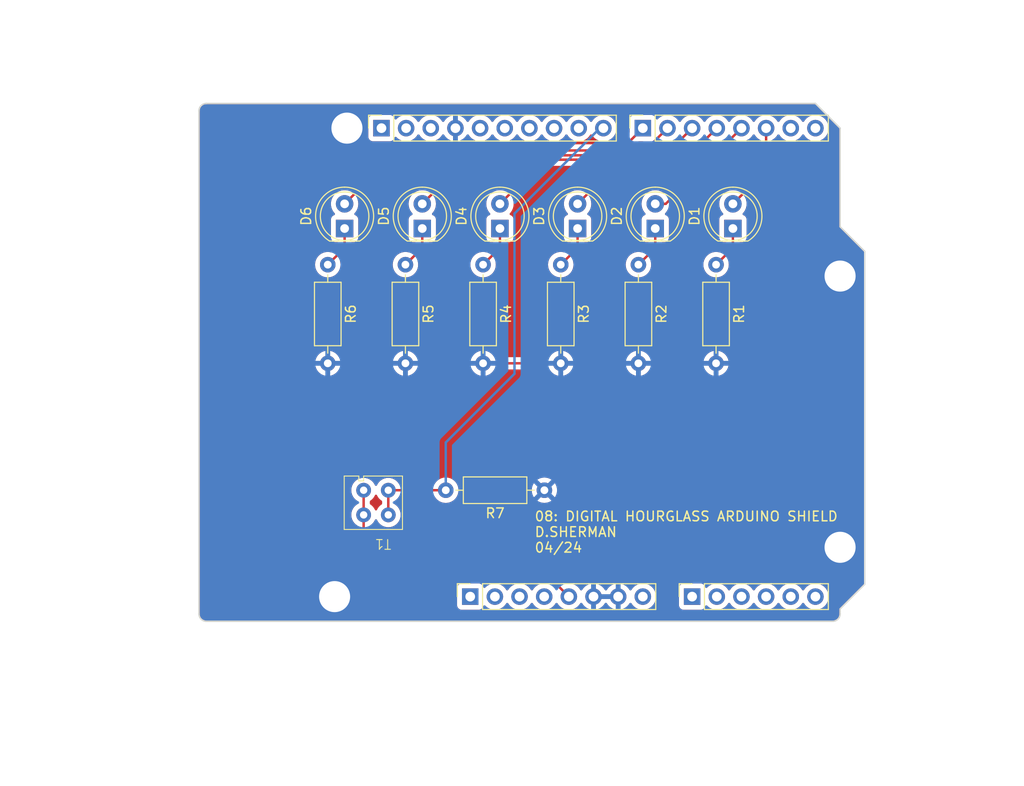
<source format=kicad_pcb>
(kicad_pcb (version 20240108) (generator "pcbnew") (generator_version "8.0")
  (title_block (date "mar. 31 mars 2015"))
  (layers (0 "F.Cu" signal) (31 "B.Cu" signal) (34 "B.Paste" user) (35 "F.Paste" user) (36 "B.SilkS" user "B.Silkscreen") (37 "F.SilkS" user "F.Silkscreen") (38 "B.Mask" user) (39 "F.Mask" user) (44 "Edge.Cuts" user))
  (net 0 "")
  (net 1 "GND")
  (net 3 "+5V")
  (net 4 "/IOREF")
  (net 5 "/A0")
  (net 6 "/A1")
  (net 7 "/A2")
  (net 8 "/A3")
  (net 9 "/SDA{slash}A4")
  (net 10 "/SCL{slash}A5")
  (net 11 "/13")
  (net 12 "/12")
  (net 13 "/AREF")
  (net 14 "/8")
  (net 15 "/7")
  (net 16 "/*11")
  (net 17 "/*10")
  (net 18 "/*9")
  (net 19 "/4")
  (net 20 "/2")
  (net 21 "/*6")
  (net 22 "/*5")
  (net 23 "/TX{slash}1")
  (net 24 "/*3")
  (net 25 "/RX{slash}0")
  (net 26 "+3V3")
  (net 27 "VCC")
  (net 28 "/~{RESET}")
  (net 29 "Net-(D1-K)")
  (net 30 "Net-(D2-K)")
  (net 31 "Net-(D3-K)")
  (net 32 "Net-(D4-K)")
  (net 33 "Net-(D5-K)")
  (net 34 "Net-(D6-K)")
  (footprint "Connector_PinSocket_2.54mm:PinSocket_1x08_P2.54mm_Vertical" (layer "F.Cu") (at 127.94 97.46 90)
    (property "Reference" "J1" (hide yes))
    (property "Value" "Power")
    (fp_line (start 1.33 -1.33) (end 1.33 0) (stroke (width 0.12)) (layer "F.SilkS"))
    (fp_line (start 0 -1.33) (end 1.33 -1.33) (stroke (width 0.12)) (layer "F.SilkS"))
    (fp_line (start 1.33 1.27) (end 1.33 19.11) (stroke (width 0.12)) (layer "F.SilkS"))
    (fp_line (start -1.33 1.27) (end 1.33 1.27) (stroke (width 0.12)) (layer "F.SilkS"))
    (fp_line (start -1.33 1.27) (end -1.33 19.11) (stroke (width 0.12)) (layer "F.SilkS"))
    (fp_line (start -1.33 19.11) (end 1.33 19.11) (stroke (width 0.12)) (layer "F.SilkS"))
    (pad "1" thru_hole rect (at 0 0 90) (size 1.7 1.7) (drill 1) (layers "*.Cu" "*.Mask"))
    (pad "2" thru_hole oval (at 0 2.54 90) (size 1.7 1.7) (drill 1) (layers "*.Cu" "*.Mask") (net 4 "/IOREF"))
    (pad "3" thru_hole oval (at 0 5.08 90) (size 1.7 1.7) (drill 1) (layers "*.Cu" "*.Mask") (net 28 "/~{RESET}"))
    (pad "4" thru_hole oval (at 0 7.62 90) (size 1.7 1.7) (drill 1) (layers "*.Cu" "*.Mask") (net 26 "+3V3"))
    (pad "5" thru_hole oval (at 0 10.16 90) (size 1.7 1.7) (drill 1) (layers "*.Cu" "*.Mask") (net 3 "+5V"))
    (pad "6" thru_hole oval (at 0 12.7 90) (size 1.7 1.7) (drill 1) (layers "*.Cu" "*.Mask") (net 1 "GND"))
    (pad "7" thru_hole oval (at 0 15.24 90) (size 1.7 1.7) (drill 1) (layers "*.Cu" "*.Mask") (net 1 "GND"))
    (pad "8" thru_hole oval (at 0 17.78 90) (size 1.7 1.7) (drill 1) (layers "*.Cu" "*.Mask") (net 27 "VCC"))
  )
  (footprint "Connector_PinSocket_2.54mm:PinSocket_1x06_P2.54mm_Vertical" (layer "F.Cu") (at 150.8 97.46 90)
    (property "Reference" "J3" (hide yes))
    (property "Value" "Analog")
    (fp_line (start 1.33 -1.33) (end 1.33 0) (stroke (width 0.12)) (layer "F.SilkS"))
    (fp_line (start 0 -1.33) (end 1.33 -1.33) (stroke (width 0.12)) (layer "F.SilkS"))
    (fp_line (start 1.33 1.27) (end 1.33 14.03) (stroke (width 0.12)) (layer "F.SilkS"))
    (fp_line (start -1.33 1.27) (end 1.33 1.27) (stroke (width 0.12)) (layer "F.SilkS"))
    (fp_line (start -1.33 1.27) (end -1.33 14.03) (stroke (width 0.12)) (layer "F.SilkS"))
    (fp_line (start -1.33 14.03) (end 1.33 14.03) (stroke (width 0.12)) (layer "F.SilkS"))
    (pad "1" thru_hole rect (at 0 0 90) (size 1.7 1.7) (drill 1) (layers "*.Cu" "*.Mask") (net 5 "/A0"))
    (pad "2" thru_hole oval (at 0 2.54 90) (size 1.7 1.7) (drill 1) (layers "*.Cu" "*.Mask") (net 6 "/A1"))
    (pad "3" thru_hole oval (at 0 5.08 90) (size 1.7 1.7) (drill 1) (layers "*.Cu" "*.Mask") (net 7 "/A2"))
    (pad "4" thru_hole oval (at 0 7.62 90) (size 1.7 1.7) (drill 1) (layers "*.Cu" "*.Mask") (net 8 "/A3"))
    (pad "5" thru_hole oval (at 0 10.16 90) (size 1.7 1.7) (drill 1) (layers "*.Cu" "*.Mask") (net 9 "/SDA{slash}A4"))
    (pad "6" thru_hole oval (at 0 12.7 90) (size 1.7 1.7) (drill 1) (layers "*.Cu" "*.Mask") (net 10 "/SCL{slash}A5"))
  )
  (footprint "Connector_PinSocket_2.54mm:PinSocket_1x10_P2.54mm_Vertical" (layer "F.Cu") (at 118.796 49.2 90)
    (property "Reference" "J2" (hide yes))
    (property "Value" "Digital/PWM")
    (fp_line (start 1.33 -1.33) (end 1.33 0) (stroke (width 0.12)) (layer "F.SilkS"))
    (fp_line (start 0 -1.33) (end 1.33 -1.33) (stroke (width 0.12)) (layer "F.SilkS"))
    (fp_line (start 1.33 1.27) (end 1.33 24.19) (stroke (width 0.12)) (layer "F.SilkS"))
    (fp_line (start -1.33 1.27) (end 1.33 1.27) (stroke (width 0.12)) (layer "F.SilkS"))
    (fp_line (start -1.33 1.27) (end -1.33 24.19) (stroke (width 0.12)) (layer "F.SilkS"))
    (fp_line (start -1.33 24.19) (end 1.33 24.19) (stroke (width 0.12)) (layer "F.SilkS"))
    (pad "1" thru_hole rect (at 0 0 90) (size 1.7 1.7) (drill 1) (layers "*.Cu" "*.Mask") (net 10 "/SCL{slash}A5"))
    (pad "2" thru_hole oval (at 0 2.54 90) (size 1.7 1.7) (drill 1) (layers "*.Cu" "*.Mask") (net 9 "/SDA{slash}A4"))
    (pad "3" thru_hole oval (at 0 5.08 90) (size 1.7 1.7) (drill 1) (layers "*.Cu" "*.Mask") (net 13 "/AREF"))
    (pad "4" thru_hole oval (at 0 7.62 90) (size 1.7 1.7) (drill 1) (layers "*.Cu" "*.Mask") (net 1 "GND"))
    (pad "5" thru_hole oval (at 0 10.16 90) (size 1.7 1.7) (drill 1) (layers "*.Cu" "*.Mask") (net 11 "/13"))
    (pad "6" thru_hole oval (at 0 12.7 90) (size 1.7 1.7) (drill 1) (layers "*.Cu" "*.Mask") (net 12 "/12"))
    (pad "7" thru_hole oval (at 0 15.24 90) (size 1.7 1.7) (drill 1) (layers "*.Cu" "*.Mask") (net 16 "/*11"))
    (pad "8" thru_hole oval (at 0 17.78 90) (size 1.7 1.7) (drill 1) (layers "*.Cu" "*.Mask") (net 17 "/*10"))
    (pad "9" thru_hole oval (at 0 20.32 90) (size 1.7 1.7) (drill 1) (layers "*.Cu" "*.Mask") (net 18 "/*9"))
    (pad "10" thru_hole oval (at 0 22.86 90) (size 1.7 1.7) (drill 1) (layers "*.Cu" "*.Mask") (net 14 "/8"))
  )
  (footprint "Connector_PinSocket_2.54mm:PinSocket_1x08_P2.54mm_Vertical" (layer "F.Cu") (at 145.72 49.2 90)
    (property "Reference" "J4" (hide yes))
    (property "Value" "Digital/PWM")
    (fp_line (start 1.33 -1.33) (end 1.33 0) (stroke (width 0.12)) (layer "F.SilkS"))
    (fp_line (start 0 -1.33) (end 1.33 -1.33) (stroke (width 0.12)) (layer "F.SilkS"))
    (fp_line (start 1.33 1.27) (end 1.33 19.11) (stroke (width 0.12)) (layer "F.SilkS"))
    (fp_line (start -1.33 1.27) (end 1.33 1.27) (stroke (width 0.12)) (layer "F.SilkS"))
    (fp_line (start -1.33 1.27) (end -1.33 19.11) (stroke (width 0.12)) (layer "F.SilkS"))
    (fp_line (start -1.33 19.11) (end 1.33 19.11) (stroke (width 0.12)) (layer "F.SilkS"))
    (pad "1" thru_hole rect (at 0 0 90) (size 1.7 1.7) (drill 1) (layers "*.Cu" "*.Mask") (net 15 "/7"))
    (pad "2" thru_hole oval (at 0 2.54 90) (size 1.7 1.7) (drill 1) (layers "*.Cu" "*.Mask") (net 21 "/*6"))
    (pad "3" thru_hole oval (at 0 5.08 90) (size 1.7 1.7) (drill 1) (layers "*.Cu" "*.Mask") (net 22 "/*5"))
    (pad "4" thru_hole oval (at 0 7.62 90) (size 1.7 1.7) (drill 1) (layers "*.Cu" "*.Mask") (net 19 "/4"))
    (pad "5" thru_hole oval (at 0 10.16 90) (size 1.7 1.7) (drill 1) (layers "*.Cu" "*.Mask") (net 24 "/*3"))
    (pad "6" thru_hole oval (at 0 12.7 90) (size 1.7 1.7) (drill 1) (layers "*.Cu" "*.Mask") (net 20 "/2"))
    (pad "7" thru_hole oval (at 0 15.24 90) (size 1.7 1.7) (drill 1) (layers "*.Cu" "*.Mask") (net 23 "/TX{slash}1"))
    (pad "8" thru_hole oval (at 0 17.78 90) (size 1.7 1.7) (drill 1) (layers "*.Cu" "*.Mask") (net 25 "/RX{slash}0"))
  )
  (footprint "LED_THT:LED_D5.0mm_IRGrey" (layer "F.Cu") (at 147 59.54 90)
    (property "Reference" "D2" (at 1.27 -3.96 270) (layer "F.SilkS"))
    (property "Value" "LED")
    (fp_line (start -1.29 -1.545) (end -1.29 1.545) (stroke (width 0.12)) (layer "F.SilkS"))
    (fp_arc (start -1.29 -1.54483) (mid 2.072002 -2.880433) (end 4.26 0.000462) (stroke (width 0.12)) (layer "F.SilkS"))
    (fp_arc (start 4.26 -0.000462) (mid 2.072002 2.880433) (end -1.29 1.54483) (stroke (width 0.12)) (layer "F.SilkS"))
    (fp_circle (center 1.27 0) (end 3.77 0) (stroke (width 0.12)) (fill none) (layer "F.SilkS"))
    (pad "1" thru_hole rect (at 0 0 90) (size 1.8 1.8) (drill 0.9) (layers "*.Cu" "*.Mask") (net 30 "Net-(D2-K)"))
    (pad "2" thru_hole circle (at 2.54 0 90) (size 1.8 1.8) (drill 0.9) (layers "*.Cu" "*.Mask") (net 24 "/*3"))
  )
  (footprint "LED_THT:LED_D5.0mm_IRGrey" (layer "F.Cu") (at 131 59.54 90)
    (property "Reference" "D4" (at 1.27 -3.96 270) (layer "F.SilkS"))
    (property "Value" "LED")
    (fp_line (start -1.29 -1.545) (end -1.29 1.545) (stroke (width 0.12)) (layer "F.SilkS"))
    (fp_arc (start -1.29 -1.54483) (mid 2.072002 -2.880433) (end 4.26 0.000462) (stroke (width 0.12)) (layer "F.SilkS"))
    (fp_arc (start 4.26 -0.000462) (mid 2.072002 2.880433) (end -1.29 1.54483) (stroke (width 0.12)) (layer "F.SilkS"))
    (fp_circle (center 1.27 0) (end 3.77 0) (stroke (width 0.12)) (fill none) (layer "F.SilkS"))
    (pad "1" thru_hole rect (at 0 0 90) (size 1.8 1.8) (drill 0.9) (layers "*.Cu" "*.Mask") (net 32 "Net-(D4-K)"))
    (pad "2" thru_hole circle (at 2.54 0 90) (size 1.8 1.8) (drill 0.9) (layers "*.Cu" "*.Mask") (net 22 "/*5"))
  )
  (footprint "LED_THT:LED_D5.0mm_IRGrey" (layer "F.Cu") (at 123 59.54 90)
    (property "Reference" "D5" (at 1.27 -3.96 270) (layer "F.SilkS"))
    (property "Value" "LED")
    (fp_line (start -1.29 -1.545) (end -1.29 1.545) (stroke (width 0.12)) (layer "F.SilkS"))
    (fp_arc (start -1.29 -1.54483) (mid 2.072002 -2.880433) (end 4.26 0.000462) (stroke (width 0.12)) (layer "F.SilkS"))
    (fp_arc (start 4.26 -0.000462) (mid 2.072002 2.880433) (end -1.29 1.54483) (stroke (width 0.12)) (layer "F.SilkS"))
    (fp_circle (center 1.27 0) (end 3.77 0) (stroke (width 0.12)) (fill none) (layer "F.SilkS"))
    (pad "1" thru_hole rect (at 0 0 90) (size 1.8 1.8) (drill 0.9) (layers "*.Cu" "*.Mask") (net 33 "Net-(D5-K)"))
    (pad "2" thru_hole circle (at 2.54 0 90) (size 1.8 1.8) (drill 0.9) (layers "*.Cu" "*.Mask") (net 21 "/*6"))
  )
  (footprint "LED_THT:LED_D5.0mm_IRGrey" (layer "F.Cu") (at 139 59.54 90)
    (property "Reference" "D3" (at 1.27 -3.96 270) (layer "F.SilkS"))
    (property "Value" "LED")
    (fp_line (start -1.29 -1.545) (end -1.29 1.545) (stroke (width 0.12)) (layer "F.SilkS"))
    (fp_arc (start -1.29 -1.54483) (mid 2.072002 -2.880433) (end 4.26 0.000462) (stroke (width 0.12)) (layer "F.SilkS"))
    (fp_arc (start 4.26 -0.000462) (mid 2.072002 2.880433) (end -1.29 1.54483) (stroke (width 0.12)) (layer "F.SilkS"))
    (fp_circle (center 1.27 0) (end 3.77 0) (stroke (width 0.12)) (fill none) (layer "F.SilkS"))
    (pad "1" thru_hole rect (at 0 0 90) (size 1.8 1.8) (drill 0.9) (layers "*.Cu" "*.Mask") (net 31 "Net-(D3-K)"))
    (pad "2" thru_hole circle (at 2.54 0 90) (size 1.8 1.8) (drill 0.9) (layers "*.Cu" "*.Mask") (net 19 "/4"))
  )
  (footprint "Resistor_THT:R_Axial_DIN0207_L6.3mm_D2.5mm_P10.16mm_Horizontal" (layer "F.Cu") (at 135.58 86.5 180)
    (property "Reference" "R7" (at 5.08 -2.37 180) (layer "F.SilkS"))
    (property "Value" "10kΩ")
    (fp_line (start 9.12 0) (end 8.35 0) (stroke (width 0.12)) (layer "F.SilkS"))
    (fp_line (start 8.35 1.37) (end 8.35 -1.37) (stroke (width 0.12)) (layer "F.SilkS"))
    (fp_line (start 8.35 -1.37) (end 1.81 -1.37) (stroke (width 0.12)) (layer "F.SilkS"))
    (fp_line (start 1.81 1.37) (end 8.35 1.37) (stroke (width 0.12)) (layer "F.SilkS"))
    (fp_line (start 1.81 -1.37) (end 1.81 1.37) (stroke (width 0.12)) (layer "F.SilkS"))
    (fp_line (start 1.04 0) (end 1.81 0) (stroke (width 0.12)) (layer "F.SilkS"))
    (pad "1" thru_hole circle (at 0 0 180) (size 1.6 1.6) (drill 0.8) (layers "*.Cu" "*.Mask") (net 1 "GND"))
    (pad "2" thru_hole oval (at 10.16 0 180) (size 1.6 1.6) (drill 0.8) (layers "*.Cu" "*.Mask") (net 14 "/8"))
  )
  (footprint "Resistor_THT:R_Axial_DIN0207_L6.3mm_D2.5mm_P10.16mm_Horizontal" (layer "F.Cu") (at 121.265 63.265 -90)
    (property "Reference" "R5" (at 5.08 -2.37 90) (layer "F.SilkS"))
    (property "Value" "220Ω")
    (fp_line (start 1.81 1.37) (end 8.35 1.37) (stroke (width 0.12)) (layer "F.SilkS"))
    (fp_line (start 8.35 1.37) (end 8.35 -1.37) (stroke (width 0.12)) (layer "F.SilkS"))
    (fp_line (start 1.04 0) (end 1.81 0) (stroke (width 0.12)) (layer "F.SilkS"))
    (fp_line (start 9.12 0) (end 8.35 0) (stroke (width 0.12)) (layer "F.SilkS"))
    (fp_line (start 1.81 -1.37) (end 1.81 1.37) (stroke (width 0.12)) (layer "F.SilkS"))
    (fp_line (start 8.35 -1.37) (end 1.81 -1.37) (stroke (width 0.12)) (layer "F.SilkS"))
    (pad "1" thru_hole circle (at 0 0 270) (size 1.6 1.6) (drill 0.8) (layers "*.Cu" "*.Mask") (net 33 "Net-(D5-K)"))
    (pad "2" thru_hole oval (at 10.16 0 270) (size 1.6 1.6) (drill 0.8) (layers "*.Cu" "*.Mask") (net 1 "GND"))
  )
  (footprint "Resistor_THT:R_Axial_DIN0207_L6.3mm_D2.5mm_P10.16mm_Horizontal" (layer "F.Cu") (at 137.265 63.265 -90)
    (property "Reference" "R3" (at 5.08 -2.37 90) (layer "F.SilkS"))
    (property "Value" "220Ω")
    (fp_line (start 1.81 1.37) (end 8.35 1.37) (stroke (width 0.12)) (layer "F.SilkS"))
    (fp_line (start 8.35 1.37) (end 8.35 -1.37) (stroke (width 0.12)) (layer "F.SilkS"))
    (fp_line (start 1.04 0) (end 1.81 0) (stroke (width 0.12)) (layer "F.SilkS"))
    (fp_line (start 9.12 0) (end 8.35 0) (stroke (width 0.12)) (layer "F.SilkS"))
    (fp_line (start 1.81 -1.37) (end 1.81 1.37) (stroke (width 0.12)) (layer "F.SilkS"))
    (fp_line (start 8.35 -1.37) (end 1.81 -1.37) (stroke (width 0.12)) (layer "F.SilkS"))
    (pad "1" thru_hole circle (at 0 0 270) (size 1.6 1.6) (drill 0.8) (layers "*.Cu" "*.Mask") (net 31 "Net-(D3-K)"))
    (pad "2" thru_hole oval (at 10.16 0 270) (size 1.6 1.6) (drill 0.8) (layers "*.Cu" "*.Mask") (net 1 "GND"))
  )
  (footprint "Arduino_MountingHole:MountingHole_3.2mm" (layer "F.Cu") (at 115.24 49.2)
    (property "Reference" "MH1" (hide yes))
    (property "Value" "MountingHole_3.2mm" (hide yes))
    (pad "" np_thru_hole circle (at 0 0) (size 3.2 3.2) (drill 3.2) (layers "*.Cu" "*.Mask"))
  )
  (footprint "LED_THT:LED_D5.0mm_IRGrey" (layer "F.Cu") (at 115 59.54 90)
    (property "Reference" "D6" (at 1.27 -3.96 270) (layer "F.SilkS"))
    (property "Value" "LED")
    (fp_line (start -1.29 -1.545) (end -1.29 1.545) (stroke (width 0.12)) (layer "F.SilkS"))
    (fp_arc (start -1.29 -1.54483) (mid 2.072002 -2.880433) (end 4.26 0.000462) (stroke (width 0.12)) (layer "F.SilkS"))
    (fp_arc (start 4.26 -0.000462) (mid 2.072002 2.880433) (end -1.29 1.54483) (stroke (width 0.12)) (layer "F.SilkS"))
    (fp_circle (center 1.27 0) (end 3.77 0) (stroke (width 0.12)) (fill none) (layer "F.SilkS"))
    (pad "1" thru_hole rect (at 0 0 90) (size 1.8 1.8) (drill 0.9) (layers "*.Cu" "*.Mask") (net 34 "Net-(D6-K)"))
    (pad "2" thru_hole circle (at 2.54 0 90) (size 1.8 1.8) (drill 0.9) (layers "*.Cu" "*.Mask") (net 15 "/7"))
  )
  (footprint "Resistor_THT:R_Axial_DIN0207_L6.3mm_D2.5mm_P10.16mm_Horizontal" (layer "F.Cu") (at 153.265 63.265 -90)
    (property "Reference" "R1" (at 5.08 -2.37 90) (layer "F.SilkS"))
    (property "Value" "220Ω")
    (fp_line (start 1.81 1.37) (end 8.35 1.37) (stroke (width 0.12)) (layer "F.SilkS"))
    (fp_line (start 8.35 1.37) (end 8.35 -1.37) (stroke (width 0.12)) (layer "F.SilkS"))
    (fp_line (start 1.04 0) (end 1.81 0) (stroke (width 0.12)) (layer "F.SilkS"))
    (fp_line (start 9.12 0) (end 8.35 0) (stroke (width 0.12)) (layer "F.SilkS"))
    (fp_line (start 1.81 -1.37) (end 1.81 1.37) (stroke (width 0.12)) (layer "F.SilkS"))
    (fp_line (start 8.35 -1.37) (end 1.81 -1.37) (stroke (width 0.12)) (layer "F.SilkS"))
    (pad "1" thru_hole circle (at 0 0 270) (size 1.6 1.6) (drill 0.8) (layers "*.Cu" "*.Mask") (net 29 "Net-(D1-K)"))
    (pad "2" thru_hole oval (at 10.16 0 270) (size 1.6 1.6) (drill 0.8) (layers "*.Cu" "*.Mask") (net 1 "GND"))
  )
  (footprint "LED_THT:LED_D5.0mm_IRGrey" (layer "F.Cu") (at 155 59.54 90)
    (property "Reference" "D1" (at 1.27 -3.96 270) (layer "F.SilkS"))
    (property "Value" "LED")
    (fp_line (start -1.29 -1.545) (end -1.29 1.545) (stroke (width 0.12)) (layer "F.SilkS"))
    (fp_arc (start -1.29 -1.54483) (mid 2.072002 -2.880433) (end 4.26 0.000462) (stroke (width 0.12)) (layer "F.SilkS"))
    (fp_arc (start 4.26 -0.000462) (mid 2.072002 2.880433) (end -1.29 1.54483) (stroke (width 0.12)) (layer "F.SilkS"))
    (fp_circle (center 1.27 0) (end 3.77 0) (stroke (width 0.12)) (fill none) (layer "F.SilkS"))
    (pad "1" thru_hole rect (at 0 0 90) (size 1.8 1.8) (drill 0.9) (layers "*.Cu" "*.Mask") (net 29 "Net-(D1-K)"))
    (pad "2" thru_hole circle (at 2.54 0 90) (size 1.8 1.8) (drill 0.9) (layers "*.Cu" "*.Mask") (net 20 "/2"))
  )
  (footprint "Resistor_THT:R_Axial_DIN0207_L6.3mm_D2.5mm_P10.16mm_Horizontal" (layer "F.Cu") (at 145.265 63.265 -90)
    (property "Reference" "R2" (at 5.08 -2.37 90) (layer "F.SilkS"))
    (property "Value" "220Ω")
    (fp_line (start 1.81 1.37) (end 8.35 1.37) (stroke (width 0.12)) (layer "F.SilkS"))
    (fp_line (start 8.35 1.37) (end 8.35 -1.37) (stroke (width 0.12)) (layer "F.SilkS"))
    (fp_line (start 1.04 0) (end 1.81 0) (stroke (width 0.12)) (layer "F.SilkS"))
    (fp_line (start 9.12 0) (end 8.35 0) (stroke (width 0.12)) (layer "F.SilkS"))
    (fp_line (start 1.81 -1.37) (end 1.81 1.37) (stroke (width 0.12)) (layer "F.SilkS"))
    (fp_line (start 8.35 -1.37) (end 1.81 -1.37) (stroke (width 0.12)) (layer "F.SilkS"))
    (pad "1" thru_hole circle (at 0 0 270) (size 1.6 1.6) (drill 0.8) (layers "*.Cu" "*.Mask") (net 30 "Net-(D2-K)"))
    (pad "2" thru_hole oval (at 10.16 0 270) (size 1.6 1.6) (drill 0.8) (layers "*.Cu" "*.Mask") (net 1 "GND"))
  )
  (footprint "myLibrary:TILT" (layer "F.Cu") (at 116.96 89.04 180)
    (property "Reference" "T1" (at -2 -3 180) (layer "F.SilkS") (effects (font (thickness 0.1))))
    (property "Value" "~")
    (fp_line (start 2 -1.5) (end 2 4) (stroke (width 0.1)) (layer "F.SilkS"))
    (fp_line (start 0.5 4) (end 2 4) (stroke (width 0.1)) (layer "F.SilkS"))
    (fp_line (start 0.5 3.5) (end 0.5 4) (stroke (width 0.1)) (layer "F.SilkS"))
    (fp_line (start 0 4) (end 0 3.5) (stroke (width 0.1)) (layer "F.SilkS"))
    (fp_line (start 0 3.5) (end 0.5 3.5) (stroke (width 0.1)) (layer "F.SilkS"))
    (fp_line (start -4 4) (end 0 4) (stroke (width 0.1)) (layer "F.SilkS"))
    (fp_line (start -4 -1.5) (end 2 -1.5) (stroke (width 0.1)) (layer "F.SilkS"))
    (fp_line (start -4 -1.5) (end -4 4) (stroke (width 0.1)) (layer "F.SilkS"))
    (pad "1" thru_hole circle (at 0 0 180) (size 1.524 1.524) (drill 0.762) (layers "*.Cu" "*.Mask") (net 3 "+5V"))
    (pad "1" thru_hole circle (at 0 2.54 180) (size 1.524 1.524) (drill 0.762) (layers "*.Cu" "*.Mask") (net 3 "+5V"))
    (pad "2" thru_hole circle (at -2.54 0 180) (size 1.524 1.524) (drill 0.762) (layers "*.Cu" "*.Mask") (net 14 "/8"))
    (pad "2" thru_hole circle (at -2.54 2.54 180) (size 1.524 1.524) (drill 0.762) (layers "*.Cu" "*.Mask") (net 14 "/8"))
  )
  (footprint "Resistor_THT:R_Axial_DIN0207_L6.3mm_D2.5mm_P10.16mm_Horizontal" (layer "F.Cu") (at 129.265 63.265 -90)
    (property "Reference" "R4" (at 5.08 -2.37 90) (layer "F.SilkS"))
    (property "Value" "220Ω")
    (fp_line (start 1.81 1.37) (end 8.35 1.37) (stroke (width 0.12)) (layer "F.SilkS"))
    (fp_line (start 8.35 1.37) (end 8.35 -1.37) (stroke (width 0.12)) (layer "F.SilkS"))
    (fp_line (start 1.04 0) (end 1.81 0) (stroke (width 0.12)) (layer "F.SilkS"))
    (fp_line (start 9.12 0) (end 8.35 0) (stroke (width 0.12)) (layer "F.SilkS"))
    (fp_line (start 1.81 -1.37) (end 1.81 1.37) (stroke (width 0.12)) (layer "F.SilkS"))
    (fp_line (start 8.35 -1.37) (end 1.81 -1.37) (stroke (width 0.12)) (layer "F.SilkS"))
    (pad "1" thru_hole circle (at 0 0 270) (size 1.6 1.6) (drill 0.8) (layers "*.Cu" "*.Mask") (net 32 "Net-(D4-K)"))
    (pad "2" thru_hole oval (at 10.16 0 270) (size 1.6 1.6) (drill 0.8) (layers "*.Cu" "*.Mask") (net 1 "GND"))
  )
  (footprint "Arduino_MountingHole:MountingHole_3.2mm" (layer "F.Cu") (at 113.97 97.46)
    (property "Reference" "MH2" (hide yes))
    (property "Value" "MountingHole_3.2mm" (hide yes))
    (pad "" np_thru_hole circle (at 0 0) (size 3.2 3.2) (drill 3.2) (layers "*.Cu" "*.Mask"))
  )
  (footprint "Arduino_MountingHole:MountingHole_3.2mm" (layer "F.Cu") (at 166.04 64.44)
    (property "Reference" "MH3" (hide yes))
    (property "Value" "MountingHole_3.2mm" (hide yes))
    (pad "" np_thru_hole circle (at 0 0) (size 3.2 3.2) (drill 3.2) (layers "*.Cu" "*.Mask"))
  )
  (footprint "Arduino_MountingHole:MountingHole_3.2mm" (layer "F.Cu") (at 166.04 92.38)
    (property "Reference" "MH4" (hide yes))
    (property "Value" "MountingHole_3.2mm" (hide yes))
    (pad "" np_thru_hole circle (at 0 0) (size 3.2 3.2) (drill 3.2) (layers "*.Cu" "*.Mask"))
  )
  (footprint "Resistor_THT:R_Axial_DIN0207_L6.3mm_D2.5mm_P10.16mm_Horizontal" (layer "F.Cu") (at 113.265 63.265 -90)
    (property "Reference" "R6" (at 5.08 -2.37 90) (layer "F.SilkS"))
    (property "Value" "220Ω")
    (fp_line (start 1.81 1.37) (end 8.35 1.37) (stroke (width 0.12)) (layer "F.SilkS"))
    (fp_line (start 8.35 1.37) (end 8.35 -1.37) (stroke (width 0.12)) (layer "F.SilkS"))
    (fp_line (start 1.04 0) (end 1.81 0) (stroke (width 0.12)) (layer "F.SilkS"))
    (fp_line (start 9.12 0) (end 8.35 0) (stroke (width 0.12)) (layer "F.SilkS"))
    (fp_line (start 1.81 -1.37) (end 1.81 1.37) (stroke (width 0.12)) (layer "F.SilkS"))
    (fp_line (start 8.35 -1.37) (end 1.81 -1.37) (stroke (width 0.12)) (layer "F.SilkS"))
    (pad "1" thru_hole circle (at 0 0 270) (size 1.6 1.6) (drill 0.8) (layers "*.Cu" "*.Mask") (net 34 "Net-(D6-K)"))
    (pad "2" thru_hole oval (at 10.16 0 270) (size 1.6 1.6) (drill 0.8) (layers "*.Cu" "*.Mask") (net 1 "GND"))
  )
  (gr_line (start 166.04 59.36) (end 168.58 61.9) (stroke (width 0.15)) (layer "Edge.Cuts"))
  (gr_line (start 100 99.238) (end 100 47.422) (stroke (width 0.15)) (layer "Edge.Cuts"))
  (gr_line (start 168.58 61.9) (end 168.58 96.19) (stroke (width 0.15)) (layer "Edge.Cuts"))
  (gr_line (start 165.278 100) (end 100.762 100) (stroke (width 0.15)) (layer "Edge.Cuts"))
  (gr_line (start 100.762 46.66) (end 163.5 46.66) (stroke (width 0.15)) (layer "Edge.Cuts"))
  (gr_arc (start 100.762 100) (mid 100.223185 99.776815) (end 100 99.238) (stroke (width 0.15)) (layer "Edge.Cuts"))
  (gr_line (start 168.58 96.19) (end 166.04 98.73) (stroke (width 0.15)) (layer "Edge.Cuts"))
  (gr_line (start 163.5 46.66) (end 166.04 49.2) (stroke (width 0.15)) (layer "Edge.Cuts"))
  (gr_arc (start 166.04 99.238) (mid 165.816815 99.776815) (end 165.278 100) (stroke (width 0.15)) (layer "Edge.Cuts"))
  (gr_line (start 166.04 49.2) (end 166.04 59.36) (stroke (width 0.15)) (layer "Edge.Cuts"))
  (gr_line (start 166.04 98.73) (end 166.04 99.238) (stroke (width 0.15)) (layer "Edge.Cuts"))
  (gr_arc (start 100 47.422) (mid 100.223185 46.883185) (end 100.762 46.66) (stroke (width 0.15)) (layer "Edge.Cuts"))
  (gr_text "08: DIGITAL HOURGLASS ARDUINO SHIELD\nD.SHERMAN\n04/24" (at 134.5 93 0) (layer "F.SilkS") (effects (font (size 1 1)) (justify left bottom)))
  (segment (start 113.265 73.425) (end 153.265 73.425) (width 0.25) (layer "F.Cu") (net 1))
  (segment (start 116.96 92.46) (end 119.5 95) (width 0.25) (layer "F.Cu") (net 3))
  (segment (start 119.5 95) (end 135.64 95) (width 0.25) (layer "F.Cu") (net 3))
  (segment (start 116.96 89.04) (end 116.96 92.46) (width 0.25) (layer "F.Cu") (net 3))
  (segment (start 135.64 95) (end 138.1 97.46) (width 0.25) (layer "F.Cu") (net 3))
  (segment (start 116.96 86.5) (end 116.96 89.04) (width 0.25) (layer "F.Cu") (net 3))
  (segment (start 119.5 86.5) (end 125.42 86.5) (width 0.25) (layer "F.Cu") (net 14))
  (segment (start 119.5 86.5) (end 119.5 89.04) (width 0.25) (layer "F.Cu") (net 14))
  (segment (start 132.5 74.5) (end 132.5 58) (width 0.25) (layer "B.Cu") (net 14))
  (segment (start 132.5 58) (end 141.3 49.2) (width 0.25) (layer "B.Cu") (net 14))
  (segment (start 141.3 49.2) (end 141.656 49.2) (width 0.25) (layer "B.Cu") (net 14))
  (segment (start 125.42 81.58) (end 132.5 74.5) (width 0.25) (layer "B.Cu") (net 14))
  (segment (start 125.42 86.5) (end 125.42 81.58) (width 0.25) (layer "B.Cu") (net 14))
  (segment (start 143.42 51.5) (end 145.72 49.2) (width 0.25) (layer "F.Cu") (net 15))
  (segment (start 115 57) (end 120.5 51.5) (width 0.25) (layer "F.Cu") (net 15))
  (segment (start 120.5 51.5) (end 143.42 51.5) (width 0.25) (layer "F.Cu") (net 15))
  (segment (start 143 53) (end 149.54 53) (width 0.25) (layer "F.Cu") (net 19))
  (segment (start 139 57) (end 143 53) (width 0.25) (layer "F.Cu") (net 19))
  (segment (start 149.54 53) (end 153.34 49.2) (width 0.25) (layer "F.Cu") (net 19))
  (segment (start 155 57) (end 158.42 53.58) (width 0.25) (layer "F.Cu") (net 20))
  (segment (start 158.42 53.58) (end 158.42 49.2) (width 0.25) (layer "F.Cu") (net 20))
  (segment (start 145.46 52) (end 148.26 49.2) (width 0.25) (layer "F.Cu") (net 21))
  (segment (start 123 57) (end 128 52) (width 0.25) (layer "F.Cu") (net 21))
  (segment (start 128 52) (end 145.46 52) (width 0.25) (layer "F.Cu") (net 21))
  (segment (start 135.55 52.45) (end 147.55 52.45) (width 0.25) (layer "F.Cu") (net 22))
  (segment (start 131 57) (end 135.55 52.45) (width 0.25) (layer "F.Cu") (net 22))
  (segment (start 147.55 52.45) (end 150.8 49.2) (width 0.25) (layer "F.Cu") (net 22))
  (segment (start 148.08 57) (end 155.88 49.2) (width 0.25) (layer "F.Cu") (net 24))
  (segment (start 147 57) (end 148.08 57) (width 0.25) (layer "F.Cu") (net 24))
  (segment (start 155 59.54) (end 155 61.53) (width 0.25) (layer "F.Cu") (net 29))
  (segment (start 155 61.53) (end 153.265 63.265) (width 0.25) (layer "F.Cu") (net 29))
  (segment (start 147 61.53) (end 145.265 63.265) (width 0.25) (layer "F.Cu") (net 30))
  (segment (start 147 59.54) (end 147 61.53) (width 0.25) (layer "F.Cu") (net 30))
  (segment (start 139 59.54) (end 139 61.53) (width 0.25) (layer "F.Cu") (net 31))
  (segment (start 139 61.53) (end 137.265 63.265) (width 0.25) (layer "F.Cu") (net 31))
  (segment (start 131 59.54) (end 131 61.53) (width 0.25) (layer "F.Cu") (net 32))
  (segment (start 131 61.53) (end 129.265 63.265) (width 0.25) (layer "F.Cu") (net 32))
  (segment (start 123 61.53) (end 121.265 63.265) (width 0.25) (layer "F.Cu") (net 33))
  (segment (start 123 59.54) (end 123 61.53) (width 0.25) (layer "F.Cu") (net 33))
  (segment (start 115 61.53) (end 113.265 63.265) (width 0.25) (layer "F.Cu") (net 34))
  (segment (start 115 59.54) (end 115 61.53) (width 0.25) (layer "F.Cu") (net 34))
  (zone (net 0) (net_name "") (layer "F.Cu") (priority 1) (connect_pads (clearance 0.508)) (min_thickness 0.25) (fill yes (thermal_gap 0.5) (thermal_bridge_width 0.5) (island_removal_mode 1) (island_area_min 10))
    (polygon (pts (xy 185 38) (xy 179 108.5) (xy 79.5 117) (xy 86.5 36.5) (xy 182.5 36)))
  )
  (zone (net 1) (net_name "GND") (layer "B.Cu") (connect_pads (clearance 0.508)) (min_thickness 0.25) (fill yes (thermal_gap 0.5) (thermal_bridge_width 0.5))
    (polygon (pts (xy 92 43) (xy 173 41.5) (xy 175 106.5) (xy 89.5 110.5) (xy 91 43)))
  )
)
</source>
